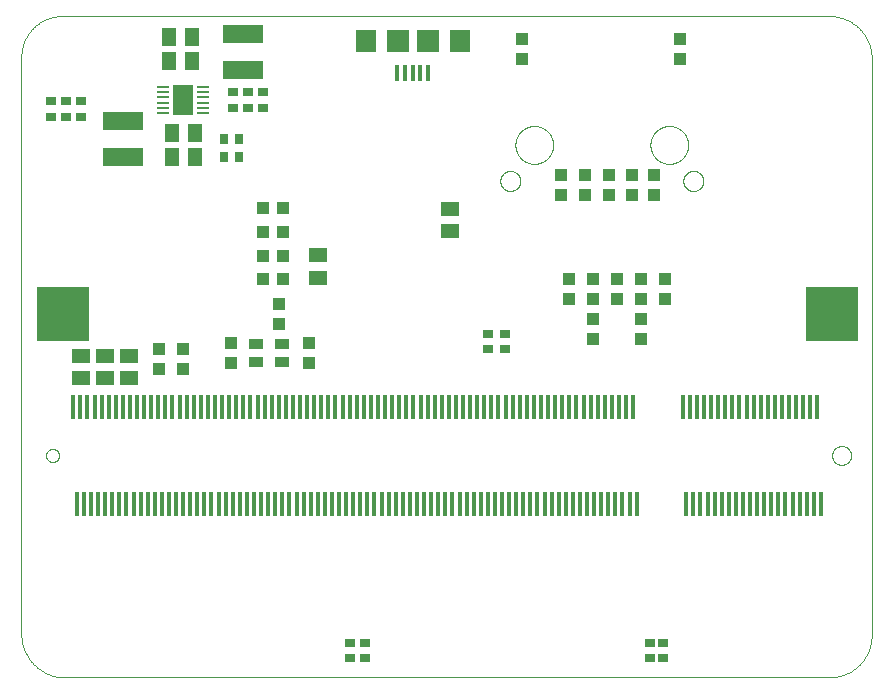
<source format=gbp>
G75*
%MOIN*%
%OFA0B0*%
%FSLAX25Y25*%
%IPPOS*%
%LPD*%
%AMOC8*
5,1,8,0,0,1.08239X$1,22.5*
%
%ADD10C,0.00000*%
%ADD11R,0.01378X0.07874*%
%ADD12R,0.17717X0.18110*%
%ADD13R,0.03937X0.00984*%
%ADD14R,0.06693X0.09843*%
%ADD15R,0.13780X0.05906*%
%ADD16R,0.02756X0.03543*%
%ADD17R,0.03543X0.02756*%
%ADD18R,0.05118X0.05906*%
%ADD19R,0.05906X0.05118*%
%ADD20R,0.04331X0.03937*%
%ADD21R,0.03937X0.04331*%
%ADD22R,0.04724X0.03543*%
%ADD23R,0.01378X0.05512*%
%ADD24R,0.07087X0.07480*%
%ADD25R,0.07480X0.07480*%
D10*
X0015673Y0001500D02*
X0270791Y0001500D01*
X0271133Y0001504D01*
X0271476Y0001517D01*
X0271818Y0001537D01*
X0272159Y0001566D01*
X0272499Y0001603D01*
X0272839Y0001649D01*
X0273177Y0001702D01*
X0273514Y0001764D01*
X0273849Y0001834D01*
X0274183Y0001912D01*
X0274514Y0001998D01*
X0274844Y0002092D01*
X0275171Y0002194D01*
X0275495Y0002303D01*
X0275817Y0002421D01*
X0276136Y0002546D01*
X0276451Y0002679D01*
X0276764Y0002820D01*
X0277072Y0002968D01*
X0277378Y0003123D01*
X0277679Y0003286D01*
X0277976Y0003456D01*
X0278269Y0003633D01*
X0278558Y0003818D01*
X0278842Y0004009D01*
X0279122Y0004207D01*
X0279396Y0004411D01*
X0279666Y0004623D01*
X0279930Y0004840D01*
X0280189Y0005064D01*
X0280443Y0005295D01*
X0280691Y0005531D01*
X0280933Y0005773D01*
X0281169Y0006021D01*
X0281400Y0006275D01*
X0281624Y0006534D01*
X0281841Y0006798D01*
X0282053Y0007068D01*
X0282257Y0007342D01*
X0282455Y0007622D01*
X0282646Y0007906D01*
X0282831Y0008195D01*
X0283008Y0008488D01*
X0283178Y0008785D01*
X0283341Y0009086D01*
X0283496Y0009392D01*
X0283644Y0009700D01*
X0283785Y0010013D01*
X0283918Y0010328D01*
X0284043Y0010647D01*
X0284161Y0010969D01*
X0284270Y0011293D01*
X0284372Y0011620D01*
X0284466Y0011950D01*
X0284552Y0012281D01*
X0284630Y0012615D01*
X0284700Y0012950D01*
X0284762Y0013287D01*
X0284815Y0013625D01*
X0284861Y0013965D01*
X0284898Y0014305D01*
X0284927Y0014646D01*
X0284947Y0014988D01*
X0284960Y0015331D01*
X0284964Y0015673D01*
X0284965Y0015673D02*
X0284965Y0207799D01*
X0284964Y0207799D02*
X0284960Y0208141D01*
X0284947Y0208484D01*
X0284927Y0208826D01*
X0284898Y0209167D01*
X0284861Y0209507D01*
X0284815Y0209847D01*
X0284762Y0210185D01*
X0284700Y0210522D01*
X0284630Y0210857D01*
X0284552Y0211191D01*
X0284466Y0211522D01*
X0284372Y0211852D01*
X0284270Y0212179D01*
X0284161Y0212503D01*
X0284043Y0212825D01*
X0283918Y0213144D01*
X0283785Y0213459D01*
X0283644Y0213772D01*
X0283496Y0214080D01*
X0283341Y0214386D01*
X0283178Y0214687D01*
X0283008Y0214984D01*
X0282831Y0215277D01*
X0282646Y0215566D01*
X0282455Y0215850D01*
X0282257Y0216130D01*
X0282053Y0216404D01*
X0281841Y0216674D01*
X0281624Y0216938D01*
X0281400Y0217197D01*
X0281169Y0217451D01*
X0280933Y0217699D01*
X0280691Y0217941D01*
X0280443Y0218177D01*
X0280189Y0218408D01*
X0279930Y0218632D01*
X0279666Y0218849D01*
X0279396Y0219061D01*
X0279122Y0219265D01*
X0278842Y0219463D01*
X0278558Y0219654D01*
X0278269Y0219839D01*
X0277976Y0220016D01*
X0277679Y0220186D01*
X0277378Y0220349D01*
X0277072Y0220504D01*
X0276764Y0220652D01*
X0276451Y0220793D01*
X0276136Y0220926D01*
X0275817Y0221051D01*
X0275495Y0221169D01*
X0275171Y0221278D01*
X0274844Y0221380D01*
X0274514Y0221474D01*
X0274183Y0221560D01*
X0273849Y0221638D01*
X0273514Y0221708D01*
X0273177Y0221770D01*
X0272839Y0221823D01*
X0272499Y0221869D01*
X0272159Y0221906D01*
X0271818Y0221935D01*
X0271476Y0221955D01*
X0271133Y0221968D01*
X0270791Y0221972D01*
X0015673Y0221972D01*
X0015342Y0221980D01*
X0015012Y0221980D01*
X0014681Y0221972D01*
X0014351Y0221956D01*
X0014021Y0221932D01*
X0013692Y0221901D01*
X0013364Y0221861D01*
X0013037Y0221813D01*
X0012711Y0221758D01*
X0012386Y0221694D01*
X0012063Y0221623D01*
X0011742Y0221544D01*
X0011423Y0221457D01*
X0011107Y0221363D01*
X0010792Y0221261D01*
X0010480Y0221151D01*
X0010171Y0221034D01*
X0009865Y0220909D01*
X0009562Y0220777D01*
X0009262Y0220638D01*
X0008965Y0220492D01*
X0008672Y0220338D01*
X0008383Y0220177D01*
X0008098Y0220010D01*
X0007817Y0219836D01*
X0007541Y0219654D01*
X0007269Y0219467D01*
X0007001Y0219272D01*
X0006738Y0219072D01*
X0006480Y0218865D01*
X0006228Y0218652D01*
X0005980Y0218433D01*
X0005738Y0218207D01*
X0005501Y0217977D01*
X0005270Y0217740D01*
X0005045Y0217498D01*
X0004826Y0217251D01*
X0004612Y0216998D01*
X0004405Y0216740D01*
X0004204Y0216478D01*
X0004010Y0216210D01*
X0003822Y0215938D01*
X0003641Y0215662D01*
X0003466Y0215381D01*
X0003299Y0215096D01*
X0003138Y0214807D01*
X0002984Y0214514D01*
X0002838Y0214218D01*
X0002698Y0213918D01*
X0002566Y0213615D01*
X0002441Y0213309D01*
X0002324Y0213000D01*
X0002214Y0212688D01*
X0002112Y0212373D01*
X0002017Y0212057D01*
X0001930Y0211738D01*
X0001851Y0211417D01*
X0001779Y0211094D01*
X0001716Y0210769D01*
X0001660Y0210443D01*
X0001612Y0210116D01*
X0001572Y0209788D01*
X0001540Y0209459D01*
X0001516Y0209129D01*
X0001500Y0208799D01*
X0001500Y0016673D01*
X0001492Y0016318D01*
X0001492Y0015963D01*
X0001502Y0015609D01*
X0001520Y0015254D01*
X0001546Y0014901D01*
X0001581Y0014548D01*
X0001625Y0014195D01*
X0001677Y0013845D01*
X0001737Y0013495D01*
X0001806Y0013147D01*
X0001884Y0012801D01*
X0001969Y0012456D01*
X0002063Y0012114D01*
X0002165Y0011774D01*
X0002276Y0011437D01*
X0002394Y0011103D01*
X0002521Y0010771D01*
X0002655Y0010443D01*
X0002798Y0010118D01*
X0002948Y0009797D01*
X0003106Y0009479D01*
X0003271Y0009165D01*
X0003445Y0008855D01*
X0003625Y0008550D01*
X0003813Y0008249D01*
X0004008Y0007953D01*
X0004210Y0007661D01*
X0004419Y0007375D01*
X0004635Y0007093D01*
X0004858Y0006817D01*
X0005088Y0006546D01*
X0005323Y0006281D01*
X0005566Y0006022D01*
X0005814Y0005769D01*
X0006068Y0005521D01*
X0006329Y0005280D01*
X0006595Y0005046D01*
X0006867Y0004817D01*
X0007144Y0004596D01*
X0007426Y0004381D01*
X0007714Y0004173D01*
X0008006Y0003972D01*
X0008303Y0003778D01*
X0008605Y0003592D01*
X0008911Y0003413D01*
X0009222Y0003241D01*
X0009536Y0003077D01*
X0009855Y0002920D01*
X0010177Y0002771D01*
X0010502Y0002630D01*
X0010831Y0002497D01*
X0011163Y0002372D01*
X0011498Y0002255D01*
X0011836Y0002146D01*
X0012176Y0002046D01*
X0012518Y0001953D01*
X0012863Y0001869D01*
X0013210Y0001793D01*
X0013558Y0001726D01*
X0013908Y0001667D01*
X0014259Y0001616D01*
X0014611Y0001574D01*
X0014965Y0001541D01*
X0015319Y0001516D01*
X0015673Y0001500D01*
X0009776Y0075500D02*
X0009778Y0075593D01*
X0009784Y0075685D01*
X0009794Y0075777D01*
X0009808Y0075868D01*
X0009825Y0075959D01*
X0009847Y0076049D01*
X0009872Y0076138D01*
X0009901Y0076226D01*
X0009934Y0076312D01*
X0009971Y0076397D01*
X0010011Y0076481D01*
X0010055Y0076562D01*
X0010102Y0076642D01*
X0010152Y0076720D01*
X0010206Y0076795D01*
X0010263Y0076868D01*
X0010323Y0076938D01*
X0010386Y0077006D01*
X0010452Y0077071D01*
X0010520Y0077133D01*
X0010591Y0077193D01*
X0010665Y0077249D01*
X0010741Y0077302D01*
X0010819Y0077351D01*
X0010899Y0077398D01*
X0010981Y0077440D01*
X0011065Y0077480D01*
X0011150Y0077515D01*
X0011237Y0077547D01*
X0011325Y0077576D01*
X0011414Y0077600D01*
X0011504Y0077621D01*
X0011595Y0077637D01*
X0011687Y0077650D01*
X0011779Y0077659D01*
X0011872Y0077664D01*
X0011964Y0077665D01*
X0012057Y0077662D01*
X0012149Y0077655D01*
X0012241Y0077644D01*
X0012332Y0077629D01*
X0012423Y0077611D01*
X0012513Y0077588D01*
X0012601Y0077562D01*
X0012689Y0077532D01*
X0012775Y0077498D01*
X0012859Y0077461D01*
X0012942Y0077419D01*
X0013023Y0077375D01*
X0013103Y0077327D01*
X0013180Y0077276D01*
X0013254Y0077221D01*
X0013327Y0077163D01*
X0013397Y0077103D01*
X0013464Y0077039D01*
X0013528Y0076973D01*
X0013590Y0076903D01*
X0013648Y0076832D01*
X0013703Y0076758D01*
X0013755Y0076681D01*
X0013804Y0076602D01*
X0013850Y0076522D01*
X0013892Y0076439D01*
X0013930Y0076355D01*
X0013965Y0076269D01*
X0013996Y0076182D01*
X0014023Y0076094D01*
X0014046Y0076004D01*
X0014066Y0075914D01*
X0014082Y0075823D01*
X0014094Y0075731D01*
X0014102Y0075639D01*
X0014106Y0075546D01*
X0014106Y0075454D01*
X0014102Y0075361D01*
X0014094Y0075269D01*
X0014082Y0075177D01*
X0014066Y0075086D01*
X0014046Y0074996D01*
X0014023Y0074906D01*
X0013996Y0074818D01*
X0013965Y0074731D01*
X0013930Y0074645D01*
X0013892Y0074561D01*
X0013850Y0074478D01*
X0013804Y0074398D01*
X0013755Y0074319D01*
X0013703Y0074242D01*
X0013648Y0074168D01*
X0013590Y0074097D01*
X0013528Y0074027D01*
X0013464Y0073961D01*
X0013397Y0073897D01*
X0013327Y0073837D01*
X0013254Y0073779D01*
X0013180Y0073724D01*
X0013103Y0073673D01*
X0013024Y0073625D01*
X0012942Y0073581D01*
X0012859Y0073539D01*
X0012775Y0073502D01*
X0012689Y0073468D01*
X0012601Y0073438D01*
X0012513Y0073412D01*
X0012423Y0073389D01*
X0012332Y0073371D01*
X0012241Y0073356D01*
X0012149Y0073345D01*
X0012057Y0073338D01*
X0011964Y0073335D01*
X0011872Y0073336D01*
X0011779Y0073341D01*
X0011687Y0073350D01*
X0011595Y0073363D01*
X0011504Y0073379D01*
X0011414Y0073400D01*
X0011325Y0073424D01*
X0011237Y0073453D01*
X0011150Y0073485D01*
X0011065Y0073520D01*
X0010981Y0073560D01*
X0010899Y0073602D01*
X0010819Y0073649D01*
X0010741Y0073698D01*
X0010665Y0073751D01*
X0010591Y0073807D01*
X0010520Y0073867D01*
X0010452Y0073929D01*
X0010386Y0073994D01*
X0010323Y0074062D01*
X0010263Y0074132D01*
X0010206Y0074205D01*
X0010152Y0074280D01*
X0010102Y0074358D01*
X0010055Y0074438D01*
X0010011Y0074519D01*
X0009971Y0074603D01*
X0009934Y0074688D01*
X0009901Y0074774D01*
X0009872Y0074862D01*
X0009847Y0074951D01*
X0009825Y0075041D01*
X0009808Y0075132D01*
X0009794Y0075223D01*
X0009784Y0075315D01*
X0009778Y0075407D01*
X0009776Y0075500D01*
X0161142Y0166992D02*
X0161144Y0167107D01*
X0161150Y0167223D01*
X0161160Y0167338D01*
X0161174Y0167453D01*
X0161192Y0167567D01*
X0161214Y0167680D01*
X0161239Y0167793D01*
X0161269Y0167904D01*
X0161302Y0168015D01*
X0161339Y0168124D01*
X0161380Y0168232D01*
X0161425Y0168339D01*
X0161473Y0168444D01*
X0161525Y0168547D01*
X0161581Y0168648D01*
X0161640Y0168748D01*
X0161702Y0168845D01*
X0161768Y0168940D01*
X0161836Y0169033D01*
X0161908Y0169123D01*
X0161983Y0169211D01*
X0162062Y0169296D01*
X0162143Y0169378D01*
X0162226Y0169458D01*
X0162313Y0169534D01*
X0162402Y0169608D01*
X0162493Y0169678D01*
X0162587Y0169746D01*
X0162683Y0169810D01*
X0162782Y0169870D01*
X0162882Y0169927D01*
X0162984Y0169981D01*
X0163088Y0170031D01*
X0163194Y0170078D01*
X0163301Y0170121D01*
X0163410Y0170160D01*
X0163520Y0170195D01*
X0163631Y0170226D01*
X0163743Y0170254D01*
X0163856Y0170278D01*
X0163970Y0170298D01*
X0164085Y0170314D01*
X0164200Y0170326D01*
X0164315Y0170334D01*
X0164430Y0170338D01*
X0164546Y0170338D01*
X0164661Y0170334D01*
X0164776Y0170326D01*
X0164891Y0170314D01*
X0165006Y0170298D01*
X0165120Y0170278D01*
X0165233Y0170254D01*
X0165345Y0170226D01*
X0165456Y0170195D01*
X0165566Y0170160D01*
X0165675Y0170121D01*
X0165782Y0170078D01*
X0165888Y0170031D01*
X0165992Y0169981D01*
X0166094Y0169927D01*
X0166194Y0169870D01*
X0166293Y0169810D01*
X0166389Y0169746D01*
X0166483Y0169678D01*
X0166574Y0169608D01*
X0166663Y0169534D01*
X0166750Y0169458D01*
X0166833Y0169378D01*
X0166914Y0169296D01*
X0166993Y0169211D01*
X0167068Y0169123D01*
X0167140Y0169033D01*
X0167208Y0168940D01*
X0167274Y0168845D01*
X0167336Y0168748D01*
X0167395Y0168648D01*
X0167451Y0168547D01*
X0167503Y0168444D01*
X0167551Y0168339D01*
X0167596Y0168232D01*
X0167637Y0168124D01*
X0167674Y0168015D01*
X0167707Y0167904D01*
X0167737Y0167793D01*
X0167762Y0167680D01*
X0167784Y0167567D01*
X0167802Y0167453D01*
X0167816Y0167338D01*
X0167826Y0167223D01*
X0167832Y0167107D01*
X0167834Y0166992D01*
X0167832Y0166877D01*
X0167826Y0166761D01*
X0167816Y0166646D01*
X0167802Y0166531D01*
X0167784Y0166417D01*
X0167762Y0166304D01*
X0167737Y0166191D01*
X0167707Y0166080D01*
X0167674Y0165969D01*
X0167637Y0165860D01*
X0167596Y0165752D01*
X0167551Y0165645D01*
X0167503Y0165540D01*
X0167451Y0165437D01*
X0167395Y0165336D01*
X0167336Y0165236D01*
X0167274Y0165139D01*
X0167208Y0165044D01*
X0167140Y0164951D01*
X0167068Y0164861D01*
X0166993Y0164773D01*
X0166914Y0164688D01*
X0166833Y0164606D01*
X0166750Y0164526D01*
X0166663Y0164450D01*
X0166574Y0164376D01*
X0166483Y0164306D01*
X0166389Y0164238D01*
X0166293Y0164174D01*
X0166194Y0164114D01*
X0166094Y0164057D01*
X0165992Y0164003D01*
X0165888Y0163953D01*
X0165782Y0163906D01*
X0165675Y0163863D01*
X0165566Y0163824D01*
X0165456Y0163789D01*
X0165345Y0163758D01*
X0165233Y0163730D01*
X0165120Y0163706D01*
X0165006Y0163686D01*
X0164891Y0163670D01*
X0164776Y0163658D01*
X0164661Y0163650D01*
X0164546Y0163646D01*
X0164430Y0163646D01*
X0164315Y0163650D01*
X0164200Y0163658D01*
X0164085Y0163670D01*
X0163970Y0163686D01*
X0163856Y0163706D01*
X0163743Y0163730D01*
X0163631Y0163758D01*
X0163520Y0163789D01*
X0163410Y0163824D01*
X0163301Y0163863D01*
X0163194Y0163906D01*
X0163088Y0163953D01*
X0162984Y0164003D01*
X0162882Y0164057D01*
X0162782Y0164114D01*
X0162683Y0164174D01*
X0162587Y0164238D01*
X0162493Y0164306D01*
X0162402Y0164376D01*
X0162313Y0164450D01*
X0162226Y0164526D01*
X0162143Y0164606D01*
X0162062Y0164688D01*
X0161983Y0164773D01*
X0161908Y0164861D01*
X0161836Y0164951D01*
X0161768Y0165044D01*
X0161702Y0165139D01*
X0161640Y0165236D01*
X0161581Y0165336D01*
X0161525Y0165437D01*
X0161473Y0165540D01*
X0161425Y0165645D01*
X0161380Y0165752D01*
X0161339Y0165860D01*
X0161302Y0165969D01*
X0161269Y0166080D01*
X0161239Y0166191D01*
X0161214Y0166304D01*
X0161192Y0166417D01*
X0161174Y0166531D01*
X0161160Y0166646D01*
X0161150Y0166761D01*
X0161144Y0166877D01*
X0161142Y0166992D01*
X0166201Y0179000D02*
X0166203Y0179158D01*
X0166209Y0179316D01*
X0166219Y0179474D01*
X0166233Y0179632D01*
X0166251Y0179789D01*
X0166272Y0179946D01*
X0166298Y0180102D01*
X0166328Y0180258D01*
X0166361Y0180413D01*
X0166399Y0180566D01*
X0166440Y0180719D01*
X0166485Y0180871D01*
X0166534Y0181022D01*
X0166587Y0181171D01*
X0166643Y0181319D01*
X0166703Y0181465D01*
X0166767Y0181610D01*
X0166835Y0181753D01*
X0166906Y0181895D01*
X0166980Y0182035D01*
X0167058Y0182172D01*
X0167140Y0182308D01*
X0167224Y0182442D01*
X0167313Y0182573D01*
X0167404Y0182702D01*
X0167499Y0182829D01*
X0167596Y0182954D01*
X0167697Y0183076D01*
X0167801Y0183195D01*
X0167908Y0183312D01*
X0168018Y0183426D01*
X0168131Y0183537D01*
X0168246Y0183646D01*
X0168364Y0183751D01*
X0168485Y0183853D01*
X0168608Y0183953D01*
X0168734Y0184049D01*
X0168862Y0184142D01*
X0168992Y0184232D01*
X0169125Y0184318D01*
X0169260Y0184402D01*
X0169396Y0184481D01*
X0169535Y0184558D01*
X0169676Y0184630D01*
X0169818Y0184700D01*
X0169962Y0184765D01*
X0170108Y0184827D01*
X0170255Y0184885D01*
X0170404Y0184940D01*
X0170554Y0184991D01*
X0170705Y0185038D01*
X0170857Y0185081D01*
X0171010Y0185120D01*
X0171165Y0185156D01*
X0171320Y0185187D01*
X0171476Y0185215D01*
X0171632Y0185239D01*
X0171789Y0185259D01*
X0171947Y0185275D01*
X0172104Y0185287D01*
X0172263Y0185295D01*
X0172421Y0185299D01*
X0172579Y0185299D01*
X0172737Y0185295D01*
X0172896Y0185287D01*
X0173053Y0185275D01*
X0173211Y0185259D01*
X0173368Y0185239D01*
X0173524Y0185215D01*
X0173680Y0185187D01*
X0173835Y0185156D01*
X0173990Y0185120D01*
X0174143Y0185081D01*
X0174295Y0185038D01*
X0174446Y0184991D01*
X0174596Y0184940D01*
X0174745Y0184885D01*
X0174892Y0184827D01*
X0175038Y0184765D01*
X0175182Y0184700D01*
X0175324Y0184630D01*
X0175465Y0184558D01*
X0175604Y0184481D01*
X0175740Y0184402D01*
X0175875Y0184318D01*
X0176008Y0184232D01*
X0176138Y0184142D01*
X0176266Y0184049D01*
X0176392Y0183953D01*
X0176515Y0183853D01*
X0176636Y0183751D01*
X0176754Y0183646D01*
X0176869Y0183537D01*
X0176982Y0183426D01*
X0177092Y0183312D01*
X0177199Y0183195D01*
X0177303Y0183076D01*
X0177404Y0182954D01*
X0177501Y0182829D01*
X0177596Y0182702D01*
X0177687Y0182573D01*
X0177776Y0182442D01*
X0177860Y0182308D01*
X0177942Y0182172D01*
X0178020Y0182035D01*
X0178094Y0181895D01*
X0178165Y0181753D01*
X0178233Y0181610D01*
X0178297Y0181465D01*
X0178357Y0181319D01*
X0178413Y0181171D01*
X0178466Y0181022D01*
X0178515Y0180871D01*
X0178560Y0180719D01*
X0178601Y0180566D01*
X0178639Y0180413D01*
X0178672Y0180258D01*
X0178702Y0180102D01*
X0178728Y0179946D01*
X0178749Y0179789D01*
X0178767Y0179632D01*
X0178781Y0179474D01*
X0178791Y0179316D01*
X0178797Y0179158D01*
X0178799Y0179000D01*
X0178797Y0178842D01*
X0178791Y0178684D01*
X0178781Y0178526D01*
X0178767Y0178368D01*
X0178749Y0178211D01*
X0178728Y0178054D01*
X0178702Y0177898D01*
X0178672Y0177742D01*
X0178639Y0177587D01*
X0178601Y0177434D01*
X0178560Y0177281D01*
X0178515Y0177129D01*
X0178466Y0176978D01*
X0178413Y0176829D01*
X0178357Y0176681D01*
X0178297Y0176535D01*
X0178233Y0176390D01*
X0178165Y0176247D01*
X0178094Y0176105D01*
X0178020Y0175965D01*
X0177942Y0175828D01*
X0177860Y0175692D01*
X0177776Y0175558D01*
X0177687Y0175427D01*
X0177596Y0175298D01*
X0177501Y0175171D01*
X0177404Y0175046D01*
X0177303Y0174924D01*
X0177199Y0174805D01*
X0177092Y0174688D01*
X0176982Y0174574D01*
X0176869Y0174463D01*
X0176754Y0174354D01*
X0176636Y0174249D01*
X0176515Y0174147D01*
X0176392Y0174047D01*
X0176266Y0173951D01*
X0176138Y0173858D01*
X0176008Y0173768D01*
X0175875Y0173682D01*
X0175740Y0173598D01*
X0175604Y0173519D01*
X0175465Y0173442D01*
X0175324Y0173370D01*
X0175182Y0173300D01*
X0175038Y0173235D01*
X0174892Y0173173D01*
X0174745Y0173115D01*
X0174596Y0173060D01*
X0174446Y0173009D01*
X0174295Y0172962D01*
X0174143Y0172919D01*
X0173990Y0172880D01*
X0173835Y0172844D01*
X0173680Y0172813D01*
X0173524Y0172785D01*
X0173368Y0172761D01*
X0173211Y0172741D01*
X0173053Y0172725D01*
X0172896Y0172713D01*
X0172737Y0172705D01*
X0172579Y0172701D01*
X0172421Y0172701D01*
X0172263Y0172705D01*
X0172104Y0172713D01*
X0171947Y0172725D01*
X0171789Y0172741D01*
X0171632Y0172761D01*
X0171476Y0172785D01*
X0171320Y0172813D01*
X0171165Y0172844D01*
X0171010Y0172880D01*
X0170857Y0172919D01*
X0170705Y0172962D01*
X0170554Y0173009D01*
X0170404Y0173060D01*
X0170255Y0173115D01*
X0170108Y0173173D01*
X0169962Y0173235D01*
X0169818Y0173300D01*
X0169676Y0173370D01*
X0169535Y0173442D01*
X0169396Y0173519D01*
X0169260Y0173598D01*
X0169125Y0173682D01*
X0168992Y0173768D01*
X0168862Y0173858D01*
X0168734Y0173951D01*
X0168608Y0174047D01*
X0168485Y0174147D01*
X0168364Y0174249D01*
X0168246Y0174354D01*
X0168131Y0174463D01*
X0168018Y0174574D01*
X0167908Y0174688D01*
X0167801Y0174805D01*
X0167697Y0174924D01*
X0167596Y0175046D01*
X0167499Y0175171D01*
X0167404Y0175298D01*
X0167313Y0175427D01*
X0167224Y0175558D01*
X0167140Y0175692D01*
X0167058Y0175828D01*
X0166980Y0175965D01*
X0166906Y0176105D01*
X0166835Y0176247D01*
X0166767Y0176390D01*
X0166703Y0176535D01*
X0166643Y0176681D01*
X0166587Y0176829D01*
X0166534Y0176978D01*
X0166485Y0177129D01*
X0166440Y0177281D01*
X0166399Y0177434D01*
X0166361Y0177587D01*
X0166328Y0177742D01*
X0166298Y0177898D01*
X0166272Y0178054D01*
X0166251Y0178211D01*
X0166233Y0178368D01*
X0166219Y0178526D01*
X0166209Y0178684D01*
X0166203Y0178842D01*
X0166201Y0179000D01*
X0211201Y0179000D02*
X0211203Y0179158D01*
X0211209Y0179316D01*
X0211219Y0179474D01*
X0211233Y0179632D01*
X0211251Y0179789D01*
X0211272Y0179946D01*
X0211298Y0180102D01*
X0211328Y0180258D01*
X0211361Y0180413D01*
X0211399Y0180566D01*
X0211440Y0180719D01*
X0211485Y0180871D01*
X0211534Y0181022D01*
X0211587Y0181171D01*
X0211643Y0181319D01*
X0211703Y0181465D01*
X0211767Y0181610D01*
X0211835Y0181753D01*
X0211906Y0181895D01*
X0211980Y0182035D01*
X0212058Y0182172D01*
X0212140Y0182308D01*
X0212224Y0182442D01*
X0212313Y0182573D01*
X0212404Y0182702D01*
X0212499Y0182829D01*
X0212596Y0182954D01*
X0212697Y0183076D01*
X0212801Y0183195D01*
X0212908Y0183312D01*
X0213018Y0183426D01*
X0213131Y0183537D01*
X0213246Y0183646D01*
X0213364Y0183751D01*
X0213485Y0183853D01*
X0213608Y0183953D01*
X0213734Y0184049D01*
X0213862Y0184142D01*
X0213992Y0184232D01*
X0214125Y0184318D01*
X0214260Y0184402D01*
X0214396Y0184481D01*
X0214535Y0184558D01*
X0214676Y0184630D01*
X0214818Y0184700D01*
X0214962Y0184765D01*
X0215108Y0184827D01*
X0215255Y0184885D01*
X0215404Y0184940D01*
X0215554Y0184991D01*
X0215705Y0185038D01*
X0215857Y0185081D01*
X0216010Y0185120D01*
X0216165Y0185156D01*
X0216320Y0185187D01*
X0216476Y0185215D01*
X0216632Y0185239D01*
X0216789Y0185259D01*
X0216947Y0185275D01*
X0217104Y0185287D01*
X0217263Y0185295D01*
X0217421Y0185299D01*
X0217579Y0185299D01*
X0217737Y0185295D01*
X0217896Y0185287D01*
X0218053Y0185275D01*
X0218211Y0185259D01*
X0218368Y0185239D01*
X0218524Y0185215D01*
X0218680Y0185187D01*
X0218835Y0185156D01*
X0218990Y0185120D01*
X0219143Y0185081D01*
X0219295Y0185038D01*
X0219446Y0184991D01*
X0219596Y0184940D01*
X0219745Y0184885D01*
X0219892Y0184827D01*
X0220038Y0184765D01*
X0220182Y0184700D01*
X0220324Y0184630D01*
X0220465Y0184558D01*
X0220604Y0184481D01*
X0220740Y0184402D01*
X0220875Y0184318D01*
X0221008Y0184232D01*
X0221138Y0184142D01*
X0221266Y0184049D01*
X0221392Y0183953D01*
X0221515Y0183853D01*
X0221636Y0183751D01*
X0221754Y0183646D01*
X0221869Y0183537D01*
X0221982Y0183426D01*
X0222092Y0183312D01*
X0222199Y0183195D01*
X0222303Y0183076D01*
X0222404Y0182954D01*
X0222501Y0182829D01*
X0222596Y0182702D01*
X0222687Y0182573D01*
X0222776Y0182442D01*
X0222860Y0182308D01*
X0222942Y0182172D01*
X0223020Y0182035D01*
X0223094Y0181895D01*
X0223165Y0181753D01*
X0223233Y0181610D01*
X0223297Y0181465D01*
X0223357Y0181319D01*
X0223413Y0181171D01*
X0223466Y0181022D01*
X0223515Y0180871D01*
X0223560Y0180719D01*
X0223601Y0180566D01*
X0223639Y0180413D01*
X0223672Y0180258D01*
X0223702Y0180102D01*
X0223728Y0179946D01*
X0223749Y0179789D01*
X0223767Y0179632D01*
X0223781Y0179474D01*
X0223791Y0179316D01*
X0223797Y0179158D01*
X0223799Y0179000D01*
X0223797Y0178842D01*
X0223791Y0178684D01*
X0223781Y0178526D01*
X0223767Y0178368D01*
X0223749Y0178211D01*
X0223728Y0178054D01*
X0223702Y0177898D01*
X0223672Y0177742D01*
X0223639Y0177587D01*
X0223601Y0177434D01*
X0223560Y0177281D01*
X0223515Y0177129D01*
X0223466Y0176978D01*
X0223413Y0176829D01*
X0223357Y0176681D01*
X0223297Y0176535D01*
X0223233Y0176390D01*
X0223165Y0176247D01*
X0223094Y0176105D01*
X0223020Y0175965D01*
X0222942Y0175828D01*
X0222860Y0175692D01*
X0222776Y0175558D01*
X0222687Y0175427D01*
X0222596Y0175298D01*
X0222501Y0175171D01*
X0222404Y0175046D01*
X0222303Y0174924D01*
X0222199Y0174805D01*
X0222092Y0174688D01*
X0221982Y0174574D01*
X0221869Y0174463D01*
X0221754Y0174354D01*
X0221636Y0174249D01*
X0221515Y0174147D01*
X0221392Y0174047D01*
X0221266Y0173951D01*
X0221138Y0173858D01*
X0221008Y0173768D01*
X0220875Y0173682D01*
X0220740Y0173598D01*
X0220604Y0173519D01*
X0220465Y0173442D01*
X0220324Y0173370D01*
X0220182Y0173300D01*
X0220038Y0173235D01*
X0219892Y0173173D01*
X0219745Y0173115D01*
X0219596Y0173060D01*
X0219446Y0173009D01*
X0219295Y0172962D01*
X0219143Y0172919D01*
X0218990Y0172880D01*
X0218835Y0172844D01*
X0218680Y0172813D01*
X0218524Y0172785D01*
X0218368Y0172761D01*
X0218211Y0172741D01*
X0218053Y0172725D01*
X0217896Y0172713D01*
X0217737Y0172705D01*
X0217579Y0172701D01*
X0217421Y0172701D01*
X0217263Y0172705D01*
X0217104Y0172713D01*
X0216947Y0172725D01*
X0216789Y0172741D01*
X0216632Y0172761D01*
X0216476Y0172785D01*
X0216320Y0172813D01*
X0216165Y0172844D01*
X0216010Y0172880D01*
X0215857Y0172919D01*
X0215705Y0172962D01*
X0215554Y0173009D01*
X0215404Y0173060D01*
X0215255Y0173115D01*
X0215108Y0173173D01*
X0214962Y0173235D01*
X0214818Y0173300D01*
X0214676Y0173370D01*
X0214535Y0173442D01*
X0214396Y0173519D01*
X0214260Y0173598D01*
X0214125Y0173682D01*
X0213992Y0173768D01*
X0213862Y0173858D01*
X0213734Y0173951D01*
X0213608Y0174047D01*
X0213485Y0174147D01*
X0213364Y0174249D01*
X0213246Y0174354D01*
X0213131Y0174463D01*
X0213018Y0174574D01*
X0212908Y0174688D01*
X0212801Y0174805D01*
X0212697Y0174924D01*
X0212596Y0175046D01*
X0212499Y0175171D01*
X0212404Y0175298D01*
X0212313Y0175427D01*
X0212224Y0175558D01*
X0212140Y0175692D01*
X0212058Y0175828D01*
X0211980Y0175965D01*
X0211906Y0176105D01*
X0211835Y0176247D01*
X0211767Y0176390D01*
X0211703Y0176535D01*
X0211643Y0176681D01*
X0211587Y0176829D01*
X0211534Y0176978D01*
X0211485Y0177129D01*
X0211440Y0177281D01*
X0211399Y0177434D01*
X0211361Y0177587D01*
X0211328Y0177742D01*
X0211298Y0177898D01*
X0211272Y0178054D01*
X0211251Y0178211D01*
X0211233Y0178368D01*
X0211219Y0178526D01*
X0211209Y0178684D01*
X0211203Y0178842D01*
X0211201Y0179000D01*
X0222166Y0166992D02*
X0222168Y0167107D01*
X0222174Y0167223D01*
X0222184Y0167338D01*
X0222198Y0167453D01*
X0222216Y0167567D01*
X0222238Y0167680D01*
X0222263Y0167793D01*
X0222293Y0167904D01*
X0222326Y0168015D01*
X0222363Y0168124D01*
X0222404Y0168232D01*
X0222449Y0168339D01*
X0222497Y0168444D01*
X0222549Y0168547D01*
X0222605Y0168648D01*
X0222664Y0168748D01*
X0222726Y0168845D01*
X0222792Y0168940D01*
X0222860Y0169033D01*
X0222932Y0169123D01*
X0223007Y0169211D01*
X0223086Y0169296D01*
X0223167Y0169378D01*
X0223250Y0169458D01*
X0223337Y0169534D01*
X0223426Y0169608D01*
X0223517Y0169678D01*
X0223611Y0169746D01*
X0223707Y0169810D01*
X0223806Y0169870D01*
X0223906Y0169927D01*
X0224008Y0169981D01*
X0224112Y0170031D01*
X0224218Y0170078D01*
X0224325Y0170121D01*
X0224434Y0170160D01*
X0224544Y0170195D01*
X0224655Y0170226D01*
X0224767Y0170254D01*
X0224880Y0170278D01*
X0224994Y0170298D01*
X0225109Y0170314D01*
X0225224Y0170326D01*
X0225339Y0170334D01*
X0225454Y0170338D01*
X0225570Y0170338D01*
X0225685Y0170334D01*
X0225800Y0170326D01*
X0225915Y0170314D01*
X0226030Y0170298D01*
X0226144Y0170278D01*
X0226257Y0170254D01*
X0226369Y0170226D01*
X0226480Y0170195D01*
X0226590Y0170160D01*
X0226699Y0170121D01*
X0226806Y0170078D01*
X0226912Y0170031D01*
X0227016Y0169981D01*
X0227118Y0169927D01*
X0227218Y0169870D01*
X0227317Y0169810D01*
X0227413Y0169746D01*
X0227507Y0169678D01*
X0227598Y0169608D01*
X0227687Y0169534D01*
X0227774Y0169458D01*
X0227857Y0169378D01*
X0227938Y0169296D01*
X0228017Y0169211D01*
X0228092Y0169123D01*
X0228164Y0169033D01*
X0228232Y0168940D01*
X0228298Y0168845D01*
X0228360Y0168748D01*
X0228419Y0168648D01*
X0228475Y0168547D01*
X0228527Y0168444D01*
X0228575Y0168339D01*
X0228620Y0168232D01*
X0228661Y0168124D01*
X0228698Y0168015D01*
X0228731Y0167904D01*
X0228761Y0167793D01*
X0228786Y0167680D01*
X0228808Y0167567D01*
X0228826Y0167453D01*
X0228840Y0167338D01*
X0228850Y0167223D01*
X0228856Y0167107D01*
X0228858Y0166992D01*
X0228856Y0166877D01*
X0228850Y0166761D01*
X0228840Y0166646D01*
X0228826Y0166531D01*
X0228808Y0166417D01*
X0228786Y0166304D01*
X0228761Y0166191D01*
X0228731Y0166080D01*
X0228698Y0165969D01*
X0228661Y0165860D01*
X0228620Y0165752D01*
X0228575Y0165645D01*
X0228527Y0165540D01*
X0228475Y0165437D01*
X0228419Y0165336D01*
X0228360Y0165236D01*
X0228298Y0165139D01*
X0228232Y0165044D01*
X0228164Y0164951D01*
X0228092Y0164861D01*
X0228017Y0164773D01*
X0227938Y0164688D01*
X0227857Y0164606D01*
X0227774Y0164526D01*
X0227687Y0164450D01*
X0227598Y0164376D01*
X0227507Y0164306D01*
X0227413Y0164238D01*
X0227317Y0164174D01*
X0227218Y0164114D01*
X0227118Y0164057D01*
X0227016Y0164003D01*
X0226912Y0163953D01*
X0226806Y0163906D01*
X0226699Y0163863D01*
X0226590Y0163824D01*
X0226480Y0163789D01*
X0226369Y0163758D01*
X0226257Y0163730D01*
X0226144Y0163706D01*
X0226030Y0163686D01*
X0225915Y0163670D01*
X0225800Y0163658D01*
X0225685Y0163650D01*
X0225570Y0163646D01*
X0225454Y0163646D01*
X0225339Y0163650D01*
X0225224Y0163658D01*
X0225109Y0163670D01*
X0224994Y0163686D01*
X0224880Y0163706D01*
X0224767Y0163730D01*
X0224655Y0163758D01*
X0224544Y0163789D01*
X0224434Y0163824D01*
X0224325Y0163863D01*
X0224218Y0163906D01*
X0224112Y0163953D01*
X0224008Y0164003D01*
X0223906Y0164057D01*
X0223806Y0164114D01*
X0223707Y0164174D01*
X0223611Y0164238D01*
X0223517Y0164306D01*
X0223426Y0164376D01*
X0223337Y0164450D01*
X0223250Y0164526D01*
X0223167Y0164606D01*
X0223086Y0164688D01*
X0223007Y0164773D01*
X0222932Y0164861D01*
X0222860Y0164951D01*
X0222792Y0165044D01*
X0222726Y0165139D01*
X0222664Y0165236D01*
X0222605Y0165336D01*
X0222549Y0165437D01*
X0222497Y0165540D01*
X0222449Y0165645D01*
X0222404Y0165752D01*
X0222363Y0165860D01*
X0222326Y0165969D01*
X0222293Y0166080D01*
X0222263Y0166191D01*
X0222238Y0166304D01*
X0222216Y0166417D01*
X0222198Y0166531D01*
X0222184Y0166646D01*
X0222174Y0166761D01*
X0222168Y0166877D01*
X0222166Y0166992D01*
X0271783Y0075500D02*
X0271785Y0075612D01*
X0271791Y0075723D01*
X0271801Y0075835D01*
X0271815Y0075946D01*
X0271832Y0076056D01*
X0271854Y0076166D01*
X0271880Y0076275D01*
X0271909Y0076383D01*
X0271942Y0076489D01*
X0271979Y0076595D01*
X0272020Y0076699D01*
X0272065Y0076802D01*
X0272113Y0076903D01*
X0272164Y0077002D01*
X0272219Y0077099D01*
X0272278Y0077194D01*
X0272339Y0077288D01*
X0272404Y0077379D01*
X0272473Y0077467D01*
X0272544Y0077553D01*
X0272618Y0077637D01*
X0272696Y0077717D01*
X0272776Y0077795D01*
X0272859Y0077871D01*
X0272944Y0077943D01*
X0273032Y0078012D01*
X0273122Y0078078D01*
X0273215Y0078140D01*
X0273310Y0078200D01*
X0273407Y0078256D01*
X0273505Y0078308D01*
X0273606Y0078357D01*
X0273708Y0078402D01*
X0273812Y0078444D01*
X0273917Y0078482D01*
X0274024Y0078516D01*
X0274131Y0078546D01*
X0274240Y0078573D01*
X0274349Y0078595D01*
X0274460Y0078614D01*
X0274570Y0078629D01*
X0274682Y0078640D01*
X0274793Y0078647D01*
X0274905Y0078650D01*
X0275017Y0078649D01*
X0275129Y0078644D01*
X0275240Y0078635D01*
X0275351Y0078622D01*
X0275462Y0078605D01*
X0275572Y0078585D01*
X0275681Y0078560D01*
X0275789Y0078532D01*
X0275896Y0078499D01*
X0276002Y0078463D01*
X0276106Y0078423D01*
X0276209Y0078380D01*
X0276311Y0078333D01*
X0276410Y0078282D01*
X0276508Y0078228D01*
X0276604Y0078170D01*
X0276698Y0078109D01*
X0276789Y0078045D01*
X0276878Y0077978D01*
X0276965Y0077907D01*
X0277049Y0077833D01*
X0277131Y0077757D01*
X0277209Y0077677D01*
X0277285Y0077595D01*
X0277358Y0077510D01*
X0277428Y0077423D01*
X0277494Y0077333D01*
X0277558Y0077241D01*
X0277618Y0077147D01*
X0277675Y0077051D01*
X0277728Y0076952D01*
X0277778Y0076852D01*
X0277824Y0076751D01*
X0277867Y0076647D01*
X0277906Y0076542D01*
X0277941Y0076436D01*
X0277972Y0076329D01*
X0278000Y0076220D01*
X0278023Y0076111D01*
X0278043Y0076001D01*
X0278059Y0075890D01*
X0278071Y0075779D01*
X0278079Y0075668D01*
X0278083Y0075556D01*
X0278083Y0075444D01*
X0278079Y0075332D01*
X0278071Y0075221D01*
X0278059Y0075110D01*
X0278043Y0074999D01*
X0278023Y0074889D01*
X0278000Y0074780D01*
X0277972Y0074671D01*
X0277941Y0074564D01*
X0277906Y0074458D01*
X0277867Y0074353D01*
X0277824Y0074249D01*
X0277778Y0074148D01*
X0277728Y0074048D01*
X0277675Y0073949D01*
X0277618Y0073853D01*
X0277558Y0073759D01*
X0277494Y0073667D01*
X0277428Y0073577D01*
X0277358Y0073490D01*
X0277285Y0073405D01*
X0277209Y0073323D01*
X0277131Y0073243D01*
X0277049Y0073167D01*
X0276965Y0073093D01*
X0276878Y0073022D01*
X0276789Y0072955D01*
X0276698Y0072891D01*
X0276604Y0072830D01*
X0276508Y0072772D01*
X0276410Y0072718D01*
X0276311Y0072667D01*
X0276209Y0072620D01*
X0276106Y0072577D01*
X0276002Y0072537D01*
X0275896Y0072501D01*
X0275789Y0072468D01*
X0275681Y0072440D01*
X0275572Y0072415D01*
X0275462Y0072395D01*
X0275351Y0072378D01*
X0275240Y0072365D01*
X0275129Y0072356D01*
X0275017Y0072351D01*
X0274905Y0072350D01*
X0274793Y0072353D01*
X0274682Y0072360D01*
X0274570Y0072371D01*
X0274460Y0072386D01*
X0274349Y0072405D01*
X0274240Y0072427D01*
X0274131Y0072454D01*
X0274024Y0072484D01*
X0273917Y0072518D01*
X0273812Y0072556D01*
X0273708Y0072598D01*
X0273606Y0072643D01*
X0273505Y0072692D01*
X0273407Y0072744D01*
X0273310Y0072800D01*
X0273215Y0072860D01*
X0273122Y0072922D01*
X0273032Y0072988D01*
X0272944Y0073057D01*
X0272859Y0073129D01*
X0272776Y0073205D01*
X0272696Y0073283D01*
X0272618Y0073363D01*
X0272544Y0073447D01*
X0272473Y0073533D01*
X0272404Y0073621D01*
X0272339Y0073712D01*
X0272278Y0073806D01*
X0272219Y0073901D01*
X0272164Y0073998D01*
X0272113Y0074097D01*
X0272065Y0074198D01*
X0272020Y0074301D01*
X0271979Y0074405D01*
X0271942Y0074511D01*
X0271909Y0074617D01*
X0271880Y0074725D01*
X0271854Y0074834D01*
X0271832Y0074944D01*
X0271815Y0075054D01*
X0271801Y0075165D01*
X0271791Y0075277D01*
X0271785Y0075388D01*
X0271783Y0075500D01*
D11*
X0268043Y0059358D03*
X0265681Y0059358D03*
X0263319Y0059358D03*
X0260957Y0059358D03*
X0258594Y0059358D03*
X0256232Y0059358D03*
X0253870Y0059358D03*
X0251508Y0059358D03*
X0249146Y0059358D03*
X0246783Y0059358D03*
X0244421Y0059358D03*
X0242059Y0059358D03*
X0239697Y0059358D03*
X0237335Y0059358D03*
X0234972Y0059358D03*
X0232610Y0059358D03*
X0230248Y0059358D03*
X0227886Y0059358D03*
X0225524Y0059358D03*
X0223161Y0059358D03*
X0206626Y0059358D03*
X0204264Y0059358D03*
X0201902Y0059358D03*
X0199539Y0059358D03*
X0197177Y0059358D03*
X0194815Y0059358D03*
X0192453Y0059358D03*
X0190091Y0059358D03*
X0187728Y0059358D03*
X0185366Y0059358D03*
X0183004Y0059358D03*
X0180642Y0059358D03*
X0178280Y0059358D03*
X0175917Y0059358D03*
X0173555Y0059358D03*
X0171193Y0059358D03*
X0168831Y0059358D03*
X0166469Y0059358D03*
X0164106Y0059358D03*
X0161744Y0059358D03*
X0159382Y0059358D03*
X0157020Y0059358D03*
X0154657Y0059358D03*
X0152295Y0059358D03*
X0149933Y0059358D03*
X0147571Y0059358D03*
X0145209Y0059358D03*
X0142846Y0059358D03*
X0140484Y0059358D03*
X0138122Y0059358D03*
X0135760Y0059358D03*
X0133398Y0059358D03*
X0131035Y0059358D03*
X0128673Y0059358D03*
X0126311Y0059358D03*
X0123949Y0059358D03*
X0121587Y0059358D03*
X0119224Y0059358D03*
X0116862Y0059358D03*
X0114500Y0059358D03*
X0112138Y0059358D03*
X0109776Y0059358D03*
X0107413Y0059358D03*
X0105051Y0059358D03*
X0102689Y0059358D03*
X0100327Y0059358D03*
X0097965Y0059358D03*
X0095602Y0059358D03*
X0093240Y0059358D03*
X0090878Y0059358D03*
X0088516Y0059358D03*
X0086154Y0059358D03*
X0083791Y0059358D03*
X0081429Y0059358D03*
X0079067Y0059358D03*
X0076705Y0059358D03*
X0074343Y0059358D03*
X0071980Y0059358D03*
X0069618Y0059358D03*
X0067256Y0059358D03*
X0064894Y0059358D03*
X0062531Y0059358D03*
X0060169Y0059358D03*
X0057807Y0059358D03*
X0055445Y0059358D03*
X0053083Y0059358D03*
X0050720Y0059358D03*
X0048358Y0059358D03*
X0045996Y0059358D03*
X0043634Y0059358D03*
X0041272Y0059358D03*
X0038909Y0059358D03*
X0036547Y0059358D03*
X0034185Y0059358D03*
X0031823Y0059358D03*
X0029461Y0059358D03*
X0027098Y0059358D03*
X0024736Y0059358D03*
X0022374Y0059358D03*
X0020012Y0059358D03*
X0021193Y0091642D03*
X0023555Y0091642D03*
X0025917Y0091642D03*
X0028280Y0091642D03*
X0030642Y0091642D03*
X0033004Y0091642D03*
X0035366Y0091642D03*
X0037728Y0091642D03*
X0040091Y0091642D03*
X0042453Y0091642D03*
X0044815Y0091642D03*
X0047177Y0091642D03*
X0049539Y0091642D03*
X0051902Y0091642D03*
X0054264Y0091642D03*
X0056626Y0091642D03*
X0058988Y0091642D03*
X0061350Y0091642D03*
X0063713Y0091642D03*
X0066075Y0091642D03*
X0068437Y0091642D03*
X0070799Y0091642D03*
X0073161Y0091642D03*
X0075524Y0091642D03*
X0077886Y0091642D03*
X0080248Y0091642D03*
X0082610Y0091642D03*
X0084972Y0091642D03*
X0087335Y0091642D03*
X0089697Y0091642D03*
X0092059Y0091642D03*
X0094421Y0091642D03*
X0096783Y0091642D03*
X0099146Y0091642D03*
X0101508Y0091642D03*
X0103870Y0091642D03*
X0106232Y0091642D03*
X0108594Y0091642D03*
X0110957Y0091642D03*
X0113319Y0091642D03*
X0115681Y0091642D03*
X0118043Y0091642D03*
X0120406Y0091642D03*
X0122768Y0091642D03*
X0125130Y0091642D03*
X0127492Y0091642D03*
X0129854Y0091642D03*
X0132217Y0091642D03*
X0134579Y0091642D03*
X0136941Y0091642D03*
X0139303Y0091642D03*
X0141665Y0091642D03*
X0144028Y0091642D03*
X0146390Y0091642D03*
X0148752Y0091642D03*
X0151114Y0091642D03*
X0153476Y0091642D03*
X0155839Y0091642D03*
X0158201Y0091642D03*
X0160563Y0091642D03*
X0162925Y0091642D03*
X0165287Y0091642D03*
X0167650Y0091642D03*
X0170012Y0091642D03*
X0172374Y0091642D03*
X0174736Y0091642D03*
X0177098Y0091642D03*
X0179461Y0091642D03*
X0181823Y0091642D03*
X0184185Y0091642D03*
X0186547Y0091642D03*
X0188909Y0091642D03*
X0191272Y0091642D03*
X0193634Y0091642D03*
X0195996Y0091642D03*
X0198358Y0091642D03*
X0200720Y0091642D03*
X0203083Y0091642D03*
X0205445Y0091642D03*
X0221980Y0091642D03*
X0224343Y0091642D03*
X0226705Y0091642D03*
X0229067Y0091642D03*
X0231429Y0091642D03*
X0233791Y0091642D03*
X0236154Y0091642D03*
X0238516Y0091642D03*
X0240878Y0091642D03*
X0243240Y0091642D03*
X0245602Y0091642D03*
X0247965Y0091642D03*
X0250327Y0091642D03*
X0252689Y0091642D03*
X0255051Y0091642D03*
X0257413Y0091642D03*
X0259776Y0091642D03*
X0262138Y0091642D03*
X0264500Y0091642D03*
X0266862Y0091642D03*
X0018831Y0091642D03*
D12*
X0015287Y0122744D03*
X0271587Y0122744D03*
D13*
X0062193Y0189571D03*
X0062193Y0191343D03*
X0062193Y0193114D03*
X0062193Y0194886D03*
X0062193Y0196657D03*
X0062193Y0198429D03*
X0048807Y0198429D03*
X0048807Y0196657D03*
X0048807Y0194886D03*
X0048807Y0193114D03*
X0048807Y0191343D03*
X0048807Y0189571D03*
D14*
X0055500Y0194000D03*
D15*
X0035500Y0187004D03*
X0035500Y0174996D03*
X0075500Y0203996D03*
X0075500Y0216004D03*
D16*
X0074059Y0181000D03*
X0068941Y0181000D03*
X0068941Y0175000D03*
X0074059Y0175000D03*
D17*
X0072000Y0191441D03*
X0077000Y0191441D03*
X0082000Y0191441D03*
X0082000Y0196559D03*
X0077000Y0196559D03*
X0072000Y0196559D03*
X0021500Y0193559D03*
X0016500Y0193559D03*
X0011500Y0193559D03*
X0011500Y0188441D03*
X0016500Y0188441D03*
X0021500Y0188441D03*
X0157200Y0116059D03*
X0157200Y0110941D03*
X0162800Y0110941D03*
X0162800Y0116059D03*
X0116000Y0013059D03*
X0111000Y0013059D03*
X0111000Y0007941D03*
X0116000Y0007941D03*
X0211000Y0007941D03*
X0215500Y0007941D03*
X0215500Y0013059D03*
X0211000Y0013059D03*
D18*
X0059240Y0175000D03*
X0051760Y0175000D03*
X0051760Y0183000D03*
X0059240Y0183000D03*
X0058240Y0207000D03*
X0050760Y0207000D03*
X0050760Y0215000D03*
X0058240Y0215000D03*
D19*
X0144500Y0157740D03*
X0144500Y0150260D03*
X0100500Y0142240D03*
X0100500Y0134760D03*
X0037500Y0108740D03*
X0029500Y0108740D03*
X0021500Y0108740D03*
X0021500Y0101260D03*
X0029500Y0101260D03*
X0037500Y0101260D03*
D20*
X0087500Y0119154D03*
X0087500Y0125846D03*
X0088846Y0142100D03*
X0082154Y0142100D03*
X0082154Y0150000D03*
X0088846Y0150000D03*
X0088846Y0158000D03*
X0082154Y0158000D03*
X0168500Y0207654D03*
X0168500Y0214346D03*
X0221000Y0214346D03*
X0221000Y0207654D03*
X0216000Y0134346D03*
X0216000Y0127654D03*
X0208000Y0127654D03*
X0208000Y0134346D03*
X0200000Y0134346D03*
X0192000Y0134346D03*
X0192000Y0127654D03*
X0200000Y0127654D03*
X0184000Y0127654D03*
X0184000Y0134346D03*
D21*
X0192000Y0120846D03*
X0192000Y0114154D03*
X0208000Y0114154D03*
X0208000Y0120846D03*
X0205000Y0162154D03*
X0205000Y0168846D03*
X0197500Y0168846D03*
X0189500Y0168846D03*
X0189500Y0162154D03*
X0197500Y0162154D03*
X0181500Y0162154D03*
X0181500Y0168846D03*
X0212500Y0168846D03*
X0212500Y0162154D03*
X0097500Y0112846D03*
X0097500Y0106154D03*
X0071500Y0106154D03*
X0071500Y0112846D03*
X0055500Y0110846D03*
X0055500Y0104154D03*
X0047500Y0104154D03*
X0047500Y0110846D03*
X0082154Y0134200D03*
X0088846Y0134200D03*
D22*
X0088331Y0112650D03*
X0088331Y0106744D03*
X0079669Y0106744D03*
X0079669Y0112650D03*
D23*
X0126882Y0203067D03*
X0129441Y0203067D03*
X0132000Y0203067D03*
X0134559Y0203067D03*
X0137118Y0203067D03*
D24*
X0147748Y0213500D03*
X0116252Y0213500D03*
D25*
X0127000Y0213500D03*
X0137000Y0213500D03*
M02*

</source>
